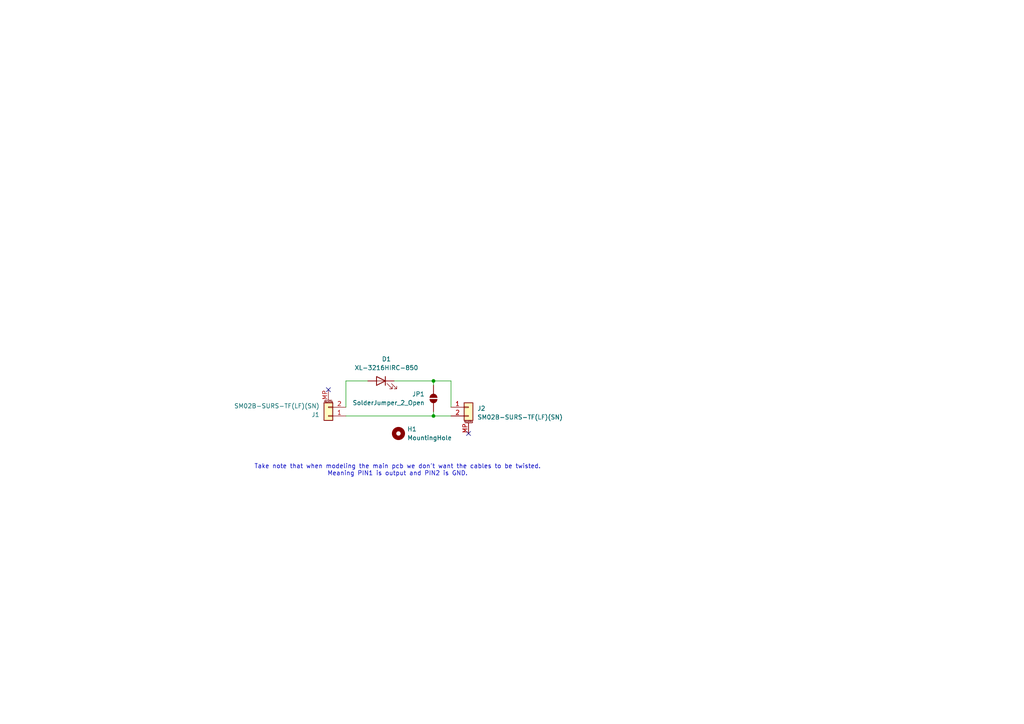
<source format=kicad_sch>
(kicad_sch (version 20231120) (generator "eeschema") (generator_version "8.0")
  (paper "A4")
  (lib_symbols
    (symbol "Connector_Generic_MountingPin:Conn_01x02_MountingPin" (pin_names (offset 1.016) hide)
      (property "Reference" "J" (at 0 2.54 0))
      (property "Value" "Conn_01x02_MountingPin" (at 1.27 -5.08 0))
      (symbol "Conn_01x02_MountingPin_1_1"
        (rectangle (start -1.27 -2.413) (end 0 -2.667) (stroke (width 0.1524)))
        (rectangle (start -1.27 0.127) (end 0 -0.127) (stroke (width 0.1524)))
        (rectangle (start -1.27 1.27) (end 1.27 -3.81) (stroke (width 0.254)) (fill (type background)))
        (polyline (pts (xy -1.016 -4.572) (xy 1.016 -4.572)) (stroke (width 0.1524)))
        (text "Mounting" (at 0 -4.191 0) (effects (font (size 0.381 0.381))))
        (pin passive line (at -5.08 0 0) (length 3.81) (name "Pin_1") (number "1"))
        (pin passive line (at -5.08 -2.54 0) (length 3.81) (name "Pin_2") (number "2"))
        (pin passive line (at 0 -7.62 90) (length 3.048) (name "MountPin") (number "MP"))
      )
    )
    (symbol "Device:LED" (pin_numbers hide) (pin_names (offset 1.016) hide)
      (property "Reference" "D" (at 0 2.54 0))
      (property "Value" "LED" (at 0 -2.54 0))
      (symbol "LED_0_1"
        (polyline (pts (xy -1.27 -1.27) (xy -1.27 1.27)) (stroke (width 0.254)))
        (polyline (pts (xy -1.27 0) (xy 1.27 0)))
        (polyline (pts (xy 1.27 -1.27) (xy 1.27 1.27) (xy -1.27 0) (xy 1.27 -1.27)) (stroke (width 0.254)))
        (polyline (pts (xy -3.048 -0.762) (xy -4.572 -2.286) (xy -3.81 -2.286) (xy -4.572 -2.286) (xy -4.572 -1.524)))
        (polyline (pts (xy -1.778 -0.762) (xy -3.302 -2.286) (xy -2.54 -2.286) (xy -3.302 -2.286) (xy -3.302 -1.524)))
      )
      (symbol "LED_1_1"
        (pin passive line (at -3.81 0 0) (length 2.54) (name "K") (number "1"))
        (pin passive line (at 3.81 0 180) (length 2.54) (name "A") (number "2"))
      )
    )
    (symbol "Jumper:SolderJumper_2_Open" (pin_numbers hide) (pin_names (offset 0) hide) (exclude_from_sim yes) (in_bom no)
      (property "Reference" "JP" (at 0 2.032 0))
      (property "Value" "SolderJumper_2_Open" (at 0 -2.54 0))
      (symbol "SolderJumper_2_Open_0_1"
        (arc (start -0.254 1.016) (mid -1.2656 0) (end -0.254 -1.016))
        (arc (start -0.254 1.016) (mid -1.2656 0) (end -0.254 -1.016) (fill (type outline)))
        (polyline (pts (xy -0.254 1.016) (xy -0.254 -1.016)))
        (polyline (pts (xy 0.254 1.016) (xy 0.254 -1.016)))
        (arc (start 0.254 -1.016) (mid 1.2656 0) (end 0.254 1.016))
        (arc (start 0.254 -1.016) (mid 1.2656 0) (end 0.254 1.016) (fill (type outline)))
      )
      (symbol "SolderJumper_2_Open_1_1"
        (pin passive line (at -3.81 0 0) (length 2.54) (name "A") (number "1"))
        (pin passive line (at 3.81 0 180) (length 2.54) (name "B") (number "2"))
      )
    )
    (symbol "Mechanical:MountingHole" (pin_names (offset 1.016)) (exclude_from_sim yes) (in_bom no)
      (property "Reference" "H" (at 0 5.08 0))
      (property "Value" "MountingHole" (at 0 3.175 0))
      (symbol "MountingHole_0_1"
        (circle (center 0 0) (radius 1.27) (stroke (width 1.27)))
      )
    )
  )
  (junction (at 125.73 120.65))
  (junction (at 125.73 110.49))
  (no_connect (at 135.89 125.73))
  (no_connect (at 95.25 113.03))
  (wire (pts (xy 130.81 110.49) (xy 130.81 118.11)))
  (wire (pts (xy 100.33 118.11) (xy 100.33 110.49)))
  (wire (pts (xy 100.33 120.65) (xy 125.73 120.65)))
  (wire (pts (xy 125.73 110.49) (xy 130.81 110.49)))
  (wire (pts (xy 125.73 119.38) (xy 125.73 120.65)))
  (wire (pts (xy 114.3 110.49) (xy 125.73 110.49)))
  (wire (pts (xy 100.33 110.49) (xy 106.68 110.49)))
  (wire (pts (xy 125.73 120.65) (xy 130.81 120.65)))
  (wire (pts (xy 125.73 110.49) (xy 125.73 111.76)))
  (text "Take note that when modeling the main pcb we don't want the cables to be twisted.\nMeaning PIN1 is output and PIN2 is GND." (at 115.316 136.398 0) (effects (font (size 1.27 1.27))))
  (symbol (lib_id "Device:LED") (at 110.49 110.49 0) (mirror y) (unit 1)
    (property "Reference" "D1" (at 112.0775 104.14 0))
    (property "Value" "XL-3216HIRC-850" (at 112.0775 106.68 0))
    (property "Footprint" "LED_SMD:LED_1206_3216Metric" (effects (hide yes)))
    (property "Datasheet" "https://www.lcsc.com/datasheet/lcsc_datasheet_2211030000_XINGLIGHT-XL-3216HIRC-850_C965891.pdf" (effects (hide yes)))
    (property "Description" "Light emitting diode" (effects (hide yes)))
  )
  (symbol (lib_id "Connector_Generic_MountingPin:Conn_01x02_MountingPin") (at 95.25 120.65 180) (unit 1)
    (property "Reference" "J1" (at 92.71 120.2945 0) (effects (justify left)))
    (property "Value" "SM02B-SURS-TF(LF)(SN)" (at 92.71 117.7545 0) (effects (justify left)))
    (property "Footprint" "Connector_JST:JST_SUR_SM02B-SURS-TF_1x02-1MP_P0.80mm_Horizontal" (effects (hide yes)))
    (property "Datasheet" "https://wmsc.lcsc.com/wmsc/upload/file/pdf/v2/lcsc/1811061418_JST-SM03B-SURS-TF-LF-SN_C265338.pdf" (effects (hide yes)))
    (property "Description" "Generic connectable mounting pin connector, single row, 01x02, script generated (kicad-library-utils/schlib/autogen/connector/)" (effects (hide yes)))
  )
  (symbol (lib_id "Mechanical:MountingHole") (at 115.57 125.73 0) (unit 1) (exclude_from_sim yes) (in_bom no)
    (property "Reference" "H1" (at 118.11 124.4599 0) (effects (justify left)))
    (property "Value" "MountingHole" (at 118.11 126.9999 0) (effects (justify left)))
    (property "Footprint" "MountingHole:MountingHole_2mm" (effects (hide yes)))
    (property "Description" "Mounting Hole without connection" (effects (hide yes)))
  )
  (symbol (lib_id "Jumper:SolderJumper_2_Open") (at 125.73 115.57 270) (mirror x) (unit 1) (exclude_from_sim yes) (in_bom no)
    (property "Reference" "JP1" (at 123.19 114.2999 90) (effects (justify right)))
    (property "Value" "SolderJumper_2_Open" (at 123.19 116.8399 90) (effects (justify right)))
    (property "Footprint" "Jumper:SolderJumper-2_P1.3mm_Open_TrianglePad1.0x1.5mm" (effects (hide yes)))
    (property "Description" "Solder Jumper, 2-pole, open" (effects (hide yes)))
  )
  (symbol (lib_id "Connector_Generic_MountingPin:Conn_01x02_MountingPin") (at 135.89 118.11 0) (unit 1)
    (property "Reference" "J2" (at 138.43 118.4655 0) (effects (justify left)))
    (property "Value" "SM02B-SURS-TF(LF)(SN)" (at 138.43 121.0055 0) (effects (justify left)))
    (property "Footprint" "Connector_JST:JST_SUR_SM02B-SURS-TF_1x02-1MP_P0.80mm_Horizontal" (effects (hide yes)))
    (property "Datasheet" "https://wmsc.lcsc.com/wmsc/upload/file/pdf/v2/lcsc/1811061418_JST-SM03B-SURS-TF-LF-SN_C265338.pdf" (effects (hide yes)))
    (property "Description" "Generic connectable mounting pin connector, single row, 01x02, script generated (kicad-library-utils/schlib/autogen/connector/)" (effects (hide yes)))
  )
)
</source>
